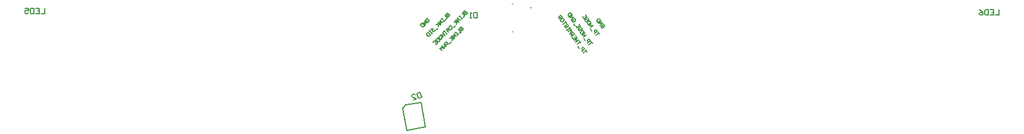
<source format=gbo>
%FSTAX23Y23*%
%MOIN*%
%SFA1B1*%

%IPPOS*%
%ADD12C,0.003940*%
%ADD13C,0.006000*%
%ADD71C,0.005000*%
%LNfront_flex-1*%
%LPD*%
G54D12*
X00104Y00824D02*
D01*
X00104Y00824*
X00104Y00825*
X00104Y00825*
X00104Y00825*
X00104Y00825*
X00104Y00825*
X00103Y00825*
X00103Y00825*
X00103Y00825*
X00103Y00825*
X00103Y00826*
X00103Y00826*
X00103Y00826*
X00103Y00826*
X00103Y00826*
X00103Y00826*
X00102Y00826*
X00102Y00826*
X00102Y00826*
X00102Y00826*
X00102Y00826*
X00102Y00826*
X00102*
X00102Y00826*
X00101Y00826*
X00101Y00826*
X00101Y00826*
X00101Y00826*
X00101Y00826*
X00101Y00826*
X00101Y00826*
X00101Y00826*
X001Y00826*
X001Y00826*
X001Y00825*
X001Y00825*
X001Y00825*
X001Y00825*
X001Y00825*
X001Y00825*
X001Y00825*
X001Y00825*
X001Y00825*
X001Y00824*
X001Y00824*
X001Y00824*
X001Y00824*
X001Y00824*
X001Y00824*
X001Y00824*
X001Y00823*
X001Y00823*
X001Y00823*
X001Y00823*
X001Y00823*
X001Y00823*
X001Y00823*
X00101Y00823*
X00101Y00823*
X00101Y00823*
X00101Y00822*
X00101Y00822*
X00101Y00822*
X00101Y00822*
X00101Y00822*
X00102Y00822*
X00102Y00822*
X00102*
X00102Y00822*
X00102Y00822*
X00102Y00822*
X00102Y00822*
X00102Y00822*
X00103Y00822*
X00103Y00823*
X00103Y00823*
X00103Y00823*
X00103Y00823*
X00103Y00823*
X00103Y00823*
X00103Y00823*
X00103Y00823*
X00103Y00823*
X00104Y00823*
X00104Y00824*
X00104Y00824*
X00104Y00824*
X00104Y00824*
X00104Y00824*
X00104Y00824*
X-00003Y00688D02*
X00003D01*
X-00003Y00846D02*
X00003D01*
G54D13*
X-00265Y00805D02*
X-00251Y00791D01*
X-00258Y00784*
X-00262*
X-00265Y00786*
Y00791*
X-00258Y00798*
X-00265Y00791*
X-0027*
X-00272Y00793*
Y00798*
X-00265Y00805*
X-00279Y00791D02*
X-00265Y00777D01*
X-00274Y00767*
X-00293Y00777D02*
X-00298Y00772D01*
X-00295Y00774*
X-00281Y0076*
X-00279Y00763*
X-00284Y00758*
X-00291Y00751D02*
X-00305Y00765D01*
X-003Y00741*
X-00314Y00756*
X-00319Y00751D02*
X-00305Y00737D01*
X-0031Y00741*
X-00328*
X-00314*
Y00727*
X-00317Y0072D02*
X-00326Y00711D01*
X-00354D02*
Y00716D01*
X-0035Y0072*
X-00345*
X-00335Y00711*
Y00706*
X-0034Y00701*
X-00345*
X-00347Y00694D02*
X-00357Y00704D01*
X-00366*
Y00694*
X-00357Y00685*
X-00364Y00692*
X-00354Y00701*
X-00376Y00694D02*
X-00385Y00685D01*
X-0038Y0069*
X-00366Y00676*
X-0039Y0068D02*
X-00376Y00666D01*
X-00383Y00673*
X-00392Y00664*
X-00399Y00671*
X-00385Y00657*
X-00411Y00659D02*
X-00406Y00664D01*
X-00401*
X-00392Y00654*
Y0065*
X-00397Y00645*
X-00401*
X-00411Y00654*
Y00659*
X-00418Y00652D02*
X-00404Y00638D01*
X-00411Y00631*
X-00416*
X-00425Y0064*
Y00645*
X-00418Y00652*
X-00442Y00628D02*
X-00432Y00638D01*
X-00418Y00624*
X-00427Y00614*
X-00425Y00631D02*
X-0043Y00626D01*
X-00484Y00751D02*
Y00756D01*
X-00479Y0076*
X-00475*
X-00465Y00751*
Y00746*
X-0047Y00741*
X-00475*
X-00479Y00746*
X-00475Y00751*
X-00477Y00734D02*
X-00491Y00749D01*
X-00486Y00725*
X-005Y00739*
X-00505Y00734D02*
X-00491Y0072D01*
X-00498Y00713*
X-00503*
X-00512Y00723*
Y00727*
X-00505Y00734*
X-00364Y00791D02*
X-0035Y00777D01*
X-00357Y0077*
X-00361*
X-00364Y00772*
Y00777*
X-00357Y00784*
X-00364Y00777*
X-00369*
X-00371Y00779*
Y00784*
X-00364Y00791*
X-00378Y00777D02*
X-00364Y00763D01*
X-00373Y00753*
X-00392Y00763D02*
X-00397Y00758D01*
X-00394Y0076*
X-0038Y00746*
X-00378Y00749*
X-00383Y00744*
X-0039Y00737D02*
X-00404Y00751D01*
X-00399Y00727*
X-00413Y00741*
X-00418Y00737D02*
X-00404Y00723D01*
X-00409Y00727*
X-00427*
X-00413*
Y00713*
X-00416Y00706D02*
X-00425Y00697D01*
X-00453D02*
Y00701D01*
X-00449Y00706*
X-00444*
X-00442Y00704*
Y00699*
X-00446Y00694*
Y0069*
X-00444Y00687*
X-00439*
X-00434Y00692*
Y00697*
X-0046Y00694D02*
X-00465Y0069D01*
X-00463Y00692*
X-00449Y00678*
X-00446Y0068*
X-00451Y00675*
X-00479Y00671D02*
Y00675D01*
X-00475Y0068*
X-0047*
X-0046Y00671*
Y00666*
X-00465Y00661*
X-0047*
X-00475Y00666*
X-0047Y00671*
X-00287Y00715D02*
X-00273Y007D01*
X-0028Y00693*
X-00285*
X-00287Y00696*
Y007*
X-0028Y00707*
X-00287Y007*
X-00292*
X-00294Y00703*
Y00707*
X-00287Y00715*
X-00302Y007D02*
X-00287Y00686D01*
X-00297Y00677*
X-00316Y00686D02*
X-0032Y00682D01*
X-00318Y00684*
X-00304Y0067*
X-00302Y00672*
X-00306Y00667*
X-00313Y0066D02*
X-00327Y00674D01*
X-00323Y00651*
X-00337Y00665*
X-00342Y0066D02*
X-00327Y00646D01*
X-00332Y00651*
X-00351*
X-00337*
Y00637*
X-00339Y0063D02*
X-00349Y0062D01*
X-00356Y00618D02*
X-0037Y00632D01*
X-00377Y00625*
Y0062*
X-00372Y00616*
X-00367*
X-0036Y00623*
X-00384Y00618D02*
X-0037Y00604D01*
X-00379*
Y00594*
X-00393Y00608*
X-00384Y0059D02*
X-00398Y00604D01*
Y00594*
X-00408*
X-00393Y0058*
X00417Y00574D02*
X00409Y00585D01*
X00413Y0058*
X00397Y00568*
X00389Y00579D02*
X00405Y00591D01*
X004Y00599*
X00395Y006*
X0039Y00596*
X00389Y00591*
X00394Y00583*
X00375Y00594D02*
X00367Y00605D01*
X00382Y00623D02*
X00375Y00634D01*
X00379Y00629*
X00362Y00617*
X00371Y0064D02*
X00355Y00628D01*
X00363Y00634*
X00355Y00645*
X00363Y00651*
X00347Y00639*
X00352Y00667D02*
X00359Y00656D01*
X00343Y00645*
X00335Y00656*
X00351Y0065D02*
X00347Y00656D01*
X00332Y00661D02*
X00348Y00673D01*
X00342Y00681*
X00338Y00682*
X00332Y00678*
X00331Y00673*
X00337Y00665*
X00333Y0067D02*
X00324Y00672D01*
X0032Y00677D02*
X00337Y00689D01*
X00327Y00691*
X00329Y007*
X00313Y00688*
X00325Y00705D02*
X00321Y00711D01*
X00323Y00708*
X00307Y00697*
X00309Y00694*
X00305Y00699*
X00305Y00728D02*
X0031Y00727D01*
X00314Y00722*
X00313Y00717*
X0031Y00715*
X00305Y00716*
X00302Y00721*
X00297Y00722*
X00294Y0072*
X00293Y00716*
X00297Y0071*
X00302Y00709*
X00304Y00735D02*
X00296Y00746D01*
X003Y00741*
X00284Y00729*
X00287Y0076D02*
X00291Y00754D01*
X0029Y0075*
X00279Y00742*
X00274Y00743*
X0027Y00748*
X00271Y00753*
X00282Y00761*
X00287Y0076*
X00265Y00757D02*
X00281Y00768D01*
X00275Y00776*
X00271Y00777*
X00265Y00773*
X00264Y00769*
X0027Y0076*
X00266Y00766D02*
X00257Y00768D01*
X00449Y0062D02*
X00441Y00631D01*
X00445Y00626*
X00428Y00614*
X00421Y00625D02*
X00437Y00636D01*
X00431Y00645*
X00427Y00645*
X00421Y00642*
X00421Y00637*
X00426Y00629*
X00407Y00639D02*
X00399Y0065D01*
X00398Y00658D02*
X00414Y00669D01*
X0039Y00669*
X00407Y0068*
X00397Y00694D02*
X00401Y00688D01*
X004Y00684*
X00389Y00676*
X00385Y00677*
X00381Y00682*
X00382Y00687*
X00392Y00695*
X00397Y00694*
X00381Y00711D02*
X00386Y0071D01*
X00389Y00705*
X00389Y007*
X00386Y00698*
X00381Y00699*
X00377Y00704*
X00373Y00705*
X0037Y00703*
X00369Y00699*
X00373Y00693*
X00378Y00692*
X00372Y00729D02*
X0038Y00718D01*
X00364Y00707*
X00356Y00718*
X00372Y00713D02*
X00368Y00718D01*
X00349Y00721D02*
X00342Y00732D01*
X00347Y0076D02*
X00351Y00759D01*
X00355Y00754*
X00354Y00749*
X00343Y00742*
X00339Y00742*
X00335Y00748*
X00336Y00752*
X00341Y00756*
X00345Y00751*
X00329Y00756D02*
X00345Y00768D01*
X00321Y00767*
X00338Y00778*
X00334Y00784D02*
X00318Y00772D01*
X00312Y00781*
X00313Y00785*
X00324Y00793*
X00328Y00792*
X00334Y00784*
X00508Y00727D02*
X00512Y00726D01*
X00516Y00721*
X00515Y00716*
X00504Y00708*
X005Y00709*
X00496Y00715*
X00497Y00719*
X00502Y00723*
X00506Y00718*
X0049Y00723D02*
X00506Y00734D01*
X00482Y00734*
X00499Y00745*
X00495Y00751D02*
X00479Y00739D01*
X00473Y00747*
X00474Y00752*
X00485Y0076*
X00489Y00759*
X00495Y00751*
X00487Y00673D02*
X00479Y00684D01*
X00483Y00678*
X00467Y00667*
X00459Y00678D02*
X00475Y00689D01*
X0047Y00697*
X00465Y00698*
X0046Y00694*
X00459Y0069*
X00465Y00681*
X00445Y00692D02*
X00437Y00703D01*
X00436Y0071D02*
X00453Y00722D01*
X00429Y00721*
X00445Y00733*
X00435Y00746D02*
X00439Y00741D01*
X00438Y00736*
X00427Y00729*
X00423Y00729*
X00419Y00735*
X0042Y0074*
X00431Y00747*
X00435Y00746*
X00419Y00764D02*
X00424Y00763D01*
X00428Y00757*
X00427Y00753*
X00424Y00751*
X0042Y00752*
X00416Y00757*
X00411Y00758*
X00408Y00756*
X00408Y00751*
X00411Y00746*
X00416Y00745*
X00411Y00782D02*
X00418Y00771D01*
X00402Y00759*
X00394Y0077*
X0041Y00765D02*
X00406Y00771D01*
X-00517Y00348D02*
X-00507Y0032D01*
X-00521Y00315*
X-00528Y00318*
X-00534Y00337*
X-00531Y00343*
X-00517Y00348*
X-00554Y00304D02*
X-00535Y0031D01*
X-00561Y00322*
X-00562Y00327*
X-00559Y00333*
X-0055Y00337*
X-00544Y00334*
X02725Y00811D02*
Y00781D01*
X02705*
X02675Y00811D02*
X02695D01*
Y00781*
X02675*
X02695Y00796D02*
X02685D01*
X02665Y00811D02*
Y00781D01*
X0265*
X02645Y00786*
Y00806*
X0265Y00811*
X02665*
X02615D02*
X02625Y00806D01*
X02635Y00796*
Y00786*
X0263Y00781*
X0262*
X02615Y00786*
Y00791*
X0262Y00796*
X02635*
X-02617Y00819D02*
Y00789D01*
X-02637*
X-02667Y00819D02*
X-02647D01*
Y00789*
X-02667*
X-02647Y00804D02*
X-02657D01*
X-02677Y00819D02*
Y00789D01*
X-02692*
X-02697Y00794*
Y00814*
X-02692Y00819*
X-02677*
X-02727D02*
X-02707D01*
Y00804*
X-02717Y00809*
X-02722*
X-02727Y00804*
Y00794*
X-02722Y00789*
X-02712*
X-02707Y00794*
X-00197Y00796D02*
Y00766D01*
X-00212*
X-00217Y00771*
Y00791*
X-00212Y00796*
X-00197*
X-00227Y00766D02*
X-00237D01*
X-00232*
Y00796*
X-00227Y00791*
G54D71*
X-00591Y00135D02*
X-00486Y00153D01*
X-0051Y00292D02*
X-00486Y00153D01*
X-00597Y00278D02*
X-0051Y00292D01*
X-00612Y00257D02*
X-00591Y00135D01*
X-00612Y00257D02*
X-00597Y00278D01*
M02*
</source>
